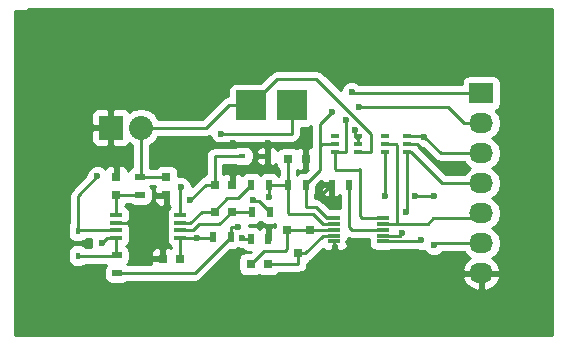
<source format=gbr>
G04 #@! TF.FileFunction,Copper,L1,Top,Signal*
%FSLAX46Y46*%
G04 Gerber Fmt 4.6, Leading zero omitted, Abs format (unit mm)*
G04 Created by KiCad (PCBNEW 4.0.1+dfsg1-stable) date Wed 30 Mar 2016 05:17:46 PM PDT*
%MOMM*%
G01*
G04 APERTURE LIST*
%ADD10C,0.100000*%
%ADD11R,0.749300X0.398780*%
%ADD12R,0.750000X0.800000*%
%ADD13R,0.800000X0.750000*%
%ADD14R,0.450000X0.590000*%
%ADD15R,0.590000X0.450000*%
%ADD16R,1.000000X0.300000*%
%ADD17R,2.500000X2.500000*%
%ADD18R,2.032000X2.032000*%
%ADD19O,2.032000X2.032000*%
%ADD20R,2.032000X1.727200*%
%ADD21O,2.032000X1.727200*%
%ADD22R,0.800100X0.800100*%
%ADD23R,0.900000X0.500000*%
%ADD24R,0.500000X0.900000*%
%ADD25R,1.016000X0.305000*%
%ADD26C,0.600000*%
%ADD27C,0.250000*%
%ADD28C,0.254000*%
G04 APERTURE END LIST*
D10*
D11*
X153349960Y-98821240D03*
X153349960Y-98171000D03*
X153349960Y-97520760D03*
X151450040Y-97520760D03*
X151450040Y-98171000D03*
X151450040Y-98821240D03*
D12*
X137160000Y-100977000D03*
X137160000Y-102477000D03*
X132905500Y-102477000D03*
X132905500Y-100977000D03*
D13*
X141236000Y-101600000D03*
X142736000Y-101600000D03*
X138354500Y-107886500D03*
X136854500Y-107886500D03*
X141236000Y-103886000D03*
X142736000Y-103886000D03*
X147459000Y-99441000D03*
X148959000Y-99441000D03*
X145784000Y-108331000D03*
X144284000Y-108331000D03*
D14*
X129667000Y-107608000D03*
X129667000Y-105498000D03*
D15*
X143598000Y-99187000D03*
X145708000Y-99187000D03*
D16*
X132936000Y-106131000D03*
X132936000Y-105481000D03*
X132936000Y-104831000D03*
X132936000Y-104181000D03*
X138336000Y-106131000D03*
X138336000Y-105481000D03*
X138336000Y-104831000D03*
X138336000Y-104181000D03*
D11*
X157540960Y-98821240D03*
X157540960Y-98171000D03*
X157540960Y-97520760D03*
X155641040Y-97520760D03*
X155641040Y-98171000D03*
X155641040Y-98821240D03*
D17*
X147800000Y-94869000D03*
X144300000Y-94869000D03*
D18*
X132461000Y-96774000D03*
D19*
X135001000Y-96774000D03*
D20*
X163830000Y-93853000D03*
D21*
X163830000Y-96393000D03*
X163830000Y-98933000D03*
X163830000Y-101473000D03*
X163830000Y-104013000D03*
X163830000Y-106553000D03*
X163830000Y-109093000D03*
D22*
X149286000Y-105425240D03*
X147386000Y-105425240D03*
X148336000Y-107424220D03*
D23*
X134937500Y-102477000D03*
X134937500Y-100977000D03*
D24*
X145911000Y-103886000D03*
X144411000Y-103886000D03*
D23*
X132969000Y-109081000D03*
X132969000Y-107581000D03*
D24*
X145847500Y-101600000D03*
X144347500Y-101600000D03*
X142609000Y-106045000D03*
X141109000Y-106045000D03*
X144284000Y-106172000D03*
X145784000Y-106172000D03*
X148959000Y-101600000D03*
X147459000Y-101600000D03*
X152642000Y-101600000D03*
X151142000Y-101600000D03*
D25*
X151370000Y-104410000D03*
X151370000Y-104910000D03*
X151370000Y-105410000D03*
X151370000Y-105910000D03*
X151370000Y-106410000D03*
X155462000Y-104410000D03*
X155462000Y-104910000D03*
X155462000Y-105410000D03*
X155462000Y-105910000D03*
X155462000Y-106410000D03*
D26*
X160845500Y-100012500D03*
X153098500Y-96964500D03*
X157480000Y-109220000D03*
X151384000Y-109220000D03*
X128016000Y-99568000D03*
X128016000Y-111760000D03*
X139192000Y-111760000D03*
X151384000Y-111760000D03*
X163576000Y-111760000D03*
X167640000Y-108712000D03*
X167640000Y-96520000D03*
X163576000Y-90424000D03*
X151384000Y-90424000D03*
X139192000Y-90424000D03*
X127508000Y-90424000D03*
X133096000Y-90424000D03*
X145288000Y-90424000D03*
X157480000Y-90424000D03*
X167640000Y-90424000D03*
X167640000Y-102616000D03*
X167640000Y-111760000D03*
X157480000Y-111760000D03*
X145288000Y-111760000D03*
X133096000Y-111760000D03*
X128016000Y-105664000D03*
X127508000Y-94996000D03*
X135636000Y-107886500D03*
X135636000Y-105156000D03*
X142811500Y-98107500D03*
X145732500Y-98107500D03*
X137858500Y-98044000D03*
X148971000Y-97853500D03*
X150177500Y-102552500D03*
X145784000Y-106172000D03*
X144462500Y-102933500D03*
X139192000Y-102933500D03*
X131699000Y-106553000D03*
X139763500Y-106131000D03*
X143573500Y-106108500D03*
X145859500Y-102616000D03*
X143256000Y-105219500D03*
X131318000Y-100901500D03*
X141795500Y-97282000D03*
X138366500Y-101790500D03*
X159829500Y-106743500D03*
X159829500Y-102552500D03*
X158242000Y-102552500D03*
X155638500Y-102552500D03*
X152844500Y-93789500D03*
X151193500Y-95440500D03*
X153479500Y-95059500D03*
X152336500Y-96139000D03*
X157480000Y-103949500D03*
X157099000Y-105727500D03*
X158940500Y-97536000D03*
X158686500Y-106299000D03*
D27*
X153349960Y-98821240D02*
X154480260Y-98821240D01*
X146522500Y-92646500D02*
X144300000Y-94869000D01*
X149860000Y-92646500D02*
X146522500Y-92646500D01*
X154495500Y-97282000D02*
X149860000Y-92646500D01*
X154495500Y-98806000D02*
X154495500Y-97282000D01*
X154480260Y-98821240D02*
X154495500Y-98806000D01*
X135001000Y-96774000D02*
X140525500Y-96774000D01*
X142430500Y-94869000D02*
X144300000Y-94869000D01*
X140525500Y-96774000D02*
X142430500Y-94869000D01*
X135001000Y-96774000D02*
X135001000Y-100913500D01*
X135001000Y-100913500D02*
X135064500Y-100977000D01*
X135064500Y-100977000D02*
X137160000Y-100977000D01*
X157540960Y-98171000D02*
X158369000Y-98171000D01*
X160210500Y-100012500D02*
X160845500Y-100012500D01*
X158369000Y-98171000D02*
X160210500Y-100012500D01*
X153349960Y-98171000D02*
X153349960Y-97520760D01*
X153349960Y-97520760D02*
X153098500Y-97269300D01*
X153098500Y-97269300D02*
X153098500Y-96964500D01*
X157480000Y-109093000D02*
X157480000Y-109220000D01*
X151370000Y-108952000D02*
X151370000Y-109206000D01*
X151370000Y-109206000D02*
X151384000Y-109220000D01*
X128016000Y-99568000D02*
X128016000Y-95504000D01*
X128016000Y-105664000D02*
X128016000Y-111760000D01*
X133096000Y-111760000D02*
X139192000Y-111760000D01*
X145288000Y-111760000D02*
X151384000Y-111760000D01*
X157480000Y-111760000D02*
X163576000Y-111760000D01*
X167640000Y-111760000D02*
X167640000Y-108712000D01*
X167640000Y-102616000D02*
X167640000Y-96520000D01*
X167640000Y-90424000D02*
X163576000Y-90424000D01*
X157480000Y-90424000D02*
X151384000Y-90424000D01*
X145288000Y-90424000D02*
X139192000Y-90424000D01*
X133096000Y-90424000D02*
X127508000Y-90424000D01*
X132461000Y-95377000D02*
X127508000Y-90424000D01*
X132461000Y-96774000D02*
X132461000Y-95377000D01*
X139192000Y-90424000D02*
X133096000Y-90424000D01*
X151384000Y-90424000D02*
X145288000Y-90424000D01*
X163576000Y-90424000D02*
X157480000Y-90424000D01*
X167640000Y-96520000D02*
X167640000Y-90424000D01*
X167640000Y-108712000D02*
X167640000Y-102616000D01*
X163576000Y-111760000D02*
X167640000Y-111760000D01*
X151384000Y-111760000D02*
X157480000Y-111760000D01*
X139192000Y-111760000D02*
X145288000Y-111760000D01*
X128016000Y-111760000D02*
X133096000Y-111760000D01*
X128016000Y-99568000D02*
X128016000Y-105664000D01*
X128016000Y-95504000D02*
X127508000Y-94996000D01*
X136854500Y-107886500D02*
X135636000Y-107886500D01*
X132936000Y-104831000D02*
X135311000Y-104831000D01*
X135311000Y-104831000D02*
X135636000Y-105156000D01*
X132461000Y-96774000D02*
X132461000Y-99441000D01*
X132905500Y-99885500D02*
X132905500Y-100977000D01*
X132461000Y-99441000D02*
X132905500Y-99885500D01*
X142811500Y-98107500D02*
X137922000Y-98107500D01*
X145708000Y-99187000D02*
X145708000Y-98132000D01*
X145708000Y-98132000D02*
X145732500Y-98107500D01*
X142811500Y-98107500D02*
X145732500Y-98107500D01*
X137922000Y-98107500D02*
X137858500Y-98044000D01*
X148959000Y-99441000D02*
X148959000Y-97865500D01*
X148959000Y-97865500D02*
X148971000Y-97853500D01*
X151142000Y-101600000D02*
X151130000Y-101600000D01*
X151130000Y-101600000D02*
X150177500Y-102552500D01*
X163830000Y-109093000D02*
X157480000Y-109093000D01*
X157480000Y-109093000D02*
X151511000Y-109093000D01*
X151370000Y-108952000D02*
X151370000Y-106410000D01*
X151511000Y-109093000D02*
X151370000Y-108952000D01*
X132905500Y-102477000D02*
X134937500Y-102477000D01*
X132905500Y-102477000D02*
X132905500Y-104150500D01*
X132905500Y-104150500D02*
X132936000Y-104181000D01*
X145022000Y-102997000D02*
X145911000Y-103886000D01*
X144526000Y-102997000D02*
X145022000Y-102997000D01*
X144462500Y-102933500D02*
X144526000Y-102997000D01*
X132936000Y-106131000D02*
X132121000Y-106131000D01*
X140525500Y-101600000D02*
X141236000Y-101600000D01*
X139192000Y-102933500D02*
X140525500Y-101600000D01*
X132121000Y-106131000D02*
X131699000Y-106553000D01*
X141236000Y-101600000D02*
X141236000Y-99199000D01*
X141236000Y-99199000D02*
X141248000Y-99187000D01*
X141248000Y-99187000D02*
X143598000Y-99187000D01*
X129667000Y-107608000D02*
X132942000Y-107608000D01*
X132942000Y-107608000D02*
X132936000Y-107602000D01*
X132936000Y-107602000D02*
X132936000Y-106131000D01*
X144284000Y-106172000D02*
X143637000Y-106172000D01*
X143573500Y-106108500D02*
X143637000Y-106172000D01*
X138336000Y-106131000D02*
X139763500Y-106131000D01*
X139763500Y-106131000D02*
X141023000Y-106131000D01*
X141023000Y-106131000D02*
X141109000Y-106045000D01*
X138336000Y-106131000D02*
X138336000Y-107868000D01*
X138336000Y-107868000D02*
X138354500Y-107886500D01*
X141236000Y-103886000D02*
X141236000Y-103810500D01*
X141236000Y-103810500D02*
X142303500Y-102743000D01*
X143204500Y-102743000D02*
X144347500Y-101600000D01*
X142303500Y-102743000D02*
X143204500Y-102743000D01*
X141236000Y-103886000D02*
X141236000Y-103683500D01*
X138336000Y-104831000D02*
X139199500Y-104831000D01*
X140144500Y-103886000D02*
X141236000Y-103886000D01*
X139199500Y-104831000D02*
X140144500Y-103886000D01*
X142736000Y-103886000D02*
X144411000Y-103886000D01*
X138336000Y-105481000D02*
X139438500Y-105481000D01*
X141656500Y-104965500D02*
X142736000Y-103886000D01*
X139954000Y-104965500D02*
X141656500Y-104965500D01*
X139438500Y-105481000D02*
X139954000Y-104965500D01*
X144284000Y-103580500D02*
X144284000Y-103886000D01*
X145847500Y-101600000D02*
X147459000Y-101600000D01*
X142609000Y-106045000D02*
X142609000Y-105231500D01*
X145847500Y-102604000D02*
X145847500Y-101600000D01*
X145859500Y-102616000D02*
X145847500Y-102604000D01*
X142621000Y-105219500D02*
X143256000Y-105219500D01*
X142609000Y-105231500D02*
X142621000Y-105219500D01*
X132969000Y-109081000D02*
X139573000Y-109081000D01*
X139573000Y-109081000D02*
X142609000Y-106045000D01*
X151370000Y-104910000D02*
X150439500Y-104910000D01*
X150439500Y-104910000D02*
X149606000Y-104076500D01*
X149606000Y-104076500D02*
X147510500Y-104076500D01*
X147510500Y-104076500D02*
X147459000Y-104025000D01*
X147459000Y-104025000D02*
X147459000Y-101600000D01*
X147459000Y-99441000D02*
X147459000Y-100457000D01*
X147459000Y-100457000D02*
X147459000Y-101600000D01*
X151370000Y-105910000D02*
X150439500Y-105910000D01*
X148925280Y-107424220D02*
X148336000Y-107424220D01*
X150439500Y-105910000D02*
X148925280Y-107424220D01*
X145784000Y-108331000D02*
X148336000Y-108331000D01*
X148336000Y-108331000D02*
X148336000Y-107424220D01*
X147386000Y-105425240D02*
X149286000Y-105425240D01*
X149286000Y-105425240D02*
X149301240Y-105410000D01*
X149301240Y-105410000D02*
X151370000Y-105410000D01*
X144284000Y-108331000D02*
X144335500Y-108331000D01*
X144335500Y-108331000D02*
X145415000Y-107251500D01*
X145415000Y-107251500D02*
X147193000Y-107251500D01*
X147193000Y-107251500D02*
X147386000Y-107058500D01*
X147386000Y-107058500D02*
X147386000Y-105425240D01*
X147800000Y-94869000D02*
X147800000Y-97310000D01*
X129667000Y-102552500D02*
X129667000Y-105498000D01*
X131318000Y-100901500D02*
X129667000Y-102552500D01*
X147772000Y-97282000D02*
X141795500Y-97282000D01*
X147800000Y-97310000D02*
X147772000Y-97282000D01*
X132936000Y-105481000D02*
X129684000Y-105481000D01*
X129684000Y-105481000D02*
X129667000Y-105498000D01*
X138336000Y-104181000D02*
X138336000Y-101821000D01*
X138336000Y-101821000D02*
X138366500Y-101790500D01*
X155641040Y-98821240D02*
X155641040Y-102549960D01*
X160020000Y-106553000D02*
X163830000Y-106553000D01*
X159829500Y-106743500D02*
X160020000Y-106553000D01*
X158242000Y-102552500D02*
X159829500Y-102552500D01*
X155641040Y-102549960D02*
X155638500Y-102552500D01*
X163830000Y-93853000D02*
X152908000Y-93853000D01*
X152908000Y-93853000D02*
X152844500Y-93789500D01*
X151193500Y-95440500D02*
X150177500Y-96456500D01*
X150177500Y-96456500D02*
X150177500Y-98298000D01*
X148959000Y-101600000D02*
X148959000Y-101548500D01*
X148959000Y-101548500D02*
X150177500Y-100330000D01*
X150304500Y-98171000D02*
X151450040Y-98171000D01*
X150177500Y-98298000D02*
X150304500Y-98171000D01*
X150177500Y-100330000D02*
X150177500Y-98298000D01*
X151370000Y-104410000D02*
X150733000Y-104410000D01*
X148959000Y-103493000D02*
X148959000Y-101600000D01*
X148971000Y-103505000D02*
X148959000Y-103493000D01*
X149828000Y-103505000D02*
X148971000Y-103505000D01*
X150733000Y-104410000D02*
X149828000Y-103505000D01*
X151450040Y-98821240D02*
X152384760Y-98821240D01*
X162369500Y-96393000D02*
X163830000Y-96393000D01*
X161036000Y-95059500D02*
X162369500Y-96393000D01*
X153479500Y-95059500D02*
X161036000Y-95059500D01*
X152336500Y-98772980D02*
X152336500Y-96139000D01*
X152384760Y-98821240D02*
X152336500Y-98772980D01*
X155462000Y-104410000D02*
X153686000Y-104410000D01*
X151450040Y-100269040D02*
X151450040Y-98821240D01*
X151511000Y-100330000D02*
X151450040Y-100269040D01*
X153479500Y-100330000D02*
X151511000Y-100330000D01*
X153543000Y-100266500D02*
X153479500Y-100330000D01*
X153543000Y-104267000D02*
X153543000Y-100266500D01*
X153686000Y-104410000D02*
X153543000Y-104267000D01*
X155462000Y-105910000D02*
X156916500Y-105910000D01*
X157540960Y-103888540D02*
X157540960Y-98821240D01*
X157480000Y-103949500D02*
X157540960Y-103888540D01*
X156916500Y-105910000D02*
X157099000Y-105727500D01*
X163830000Y-101473000D02*
X160528000Y-101473000D01*
X160528000Y-101473000D02*
X157876240Y-98821240D01*
X157876240Y-98821240D02*
X157540960Y-98821240D01*
X158940500Y-97536000D02*
X159004000Y-97536000D01*
X160401000Y-98933000D02*
X163830000Y-98933000D01*
X159004000Y-97536000D02*
X160401000Y-98933000D01*
X155462000Y-106410000D02*
X158734000Y-106410000D01*
X158925260Y-97520760D02*
X157540960Y-97520760D01*
X158940500Y-97536000D02*
X158925260Y-97520760D01*
X158686500Y-106362500D02*
X158686500Y-106299000D01*
X158734000Y-106410000D02*
X158686500Y-106362500D01*
X155641040Y-98171000D02*
X156591000Y-98171000D01*
X156654500Y-98234500D02*
X156654500Y-104910000D01*
X156591000Y-98171000D02*
X156654500Y-98234500D01*
X156654500Y-104910000D02*
X156654500Y-104902000D01*
X156654500Y-104902000D02*
X156654500Y-104910000D01*
X155462000Y-104910000D02*
X156654500Y-104910000D01*
X156654500Y-104910000D02*
X159313500Y-104910000D01*
X159766000Y-104457500D02*
X163385500Y-104457500D01*
X159313500Y-104910000D02*
X159766000Y-104457500D01*
X163385500Y-104457500D02*
X163830000Y-104013000D01*
X155462000Y-105410000D02*
X152844500Y-105410000D01*
X152642000Y-105207500D02*
X152642000Y-101600000D01*
X152844500Y-105410000D02*
X152642000Y-105207500D01*
D28*
G36*
X169787500Y-114352000D02*
X124344500Y-114352000D01*
X124344500Y-105203000D01*
X128794560Y-105203000D01*
X128794560Y-105793000D01*
X128838838Y-106028317D01*
X128977910Y-106244441D01*
X129190110Y-106389431D01*
X129442000Y-106440440D01*
X129892000Y-106440440D01*
X130127317Y-106396162D01*
X130343441Y-106257090D01*
X130354435Y-106241000D01*
X130816150Y-106241000D01*
X130764162Y-106366201D01*
X130763838Y-106738167D01*
X130809220Y-106848000D01*
X130336246Y-106848000D01*
X130143890Y-106716569D01*
X129892000Y-106665560D01*
X129442000Y-106665560D01*
X129206683Y-106709838D01*
X128990559Y-106848910D01*
X128845569Y-107061110D01*
X128794560Y-107313000D01*
X128794560Y-107903000D01*
X128838838Y-108138317D01*
X128977910Y-108354441D01*
X129190110Y-108499431D01*
X129442000Y-108550440D01*
X129892000Y-108550440D01*
X130127317Y-108506162D01*
X130342027Y-108368000D01*
X132066814Y-108368000D01*
X131922569Y-108579110D01*
X131871560Y-108831000D01*
X131871560Y-109331000D01*
X131915838Y-109566317D01*
X132054910Y-109782441D01*
X132267110Y-109927431D01*
X132519000Y-109978440D01*
X133419000Y-109978440D01*
X133654317Y-109934162D01*
X133799095Y-109841000D01*
X139573000Y-109841000D01*
X139863839Y-109783148D01*
X140110401Y-109618401D01*
X140276776Y-109452026D01*
X162222642Y-109452026D01*
X162225291Y-109467791D01*
X162479268Y-109995036D01*
X162915680Y-110384954D01*
X163468087Y-110578184D01*
X163703000Y-110433924D01*
X163703000Y-109220000D01*
X163957000Y-109220000D01*
X163957000Y-110433924D01*
X164191913Y-110578184D01*
X164744320Y-110384954D01*
X165180732Y-109995036D01*
X165434709Y-109467791D01*
X165437358Y-109452026D01*
X165316217Y-109220000D01*
X163957000Y-109220000D01*
X163703000Y-109220000D01*
X162343783Y-109220000D01*
X162222642Y-109452026D01*
X140276776Y-109452026D01*
X142586362Y-107142440D01*
X142859000Y-107142440D01*
X143094317Y-107098162D01*
X143260775Y-106991049D01*
X143386701Y-107043338D01*
X143550631Y-107043481D01*
X143569910Y-107073441D01*
X143782110Y-107218431D01*
X144034000Y-107269440D01*
X144322258Y-107269440D01*
X144283138Y-107308560D01*
X143884000Y-107308560D01*
X143648683Y-107352838D01*
X143432559Y-107491910D01*
X143287569Y-107704110D01*
X143236560Y-107956000D01*
X143236560Y-108706000D01*
X143280838Y-108941317D01*
X143419910Y-109157441D01*
X143632110Y-109302431D01*
X143884000Y-109353440D01*
X144684000Y-109353440D01*
X144919317Y-109309162D01*
X145033978Y-109235380D01*
X145132110Y-109302431D01*
X145384000Y-109353440D01*
X146184000Y-109353440D01*
X146419317Y-109309162D01*
X146635441Y-109170090D01*
X146689481Y-109091000D01*
X148336000Y-109091000D01*
X148626839Y-109033148D01*
X148873401Y-108868401D01*
X149038148Y-108621839D01*
X149092297Y-108349616D01*
X149187491Y-108288360D01*
X149332481Y-108076160D01*
X149338931Y-108044308D01*
X149462681Y-107961621D01*
X150412888Y-107011414D01*
X150502302Y-107100827D01*
X150735691Y-107197500D01*
X151084250Y-107197500D01*
X151243000Y-107038750D01*
X151243000Y-106709940D01*
X151497000Y-106709940D01*
X151497000Y-107038750D01*
X151655750Y-107197500D01*
X152004309Y-107197500D01*
X152237698Y-107100827D01*
X152416327Y-106922199D01*
X152513000Y-106688810D01*
X152513000Y-106645000D01*
X152355886Y-106487886D01*
X152474431Y-106314390D01*
X152500032Y-106187968D01*
X152513000Y-106175000D01*
X152513000Y-106131190D01*
X152512013Y-106128806D01*
X152519948Y-106089622D01*
X152553660Y-106112148D01*
X152844500Y-106170000D01*
X154324279Y-106170000D01*
X154306560Y-106257500D01*
X154306560Y-106562500D01*
X154350838Y-106797817D01*
X154489910Y-107013941D01*
X154702110Y-107158931D01*
X154954000Y-107209940D01*
X155970000Y-107209940D01*
X156182263Y-107170000D01*
X158345963Y-107170000D01*
X158499701Y-107233838D01*
X158871667Y-107234162D01*
X158998852Y-107181610D01*
X159036383Y-107272443D01*
X159299173Y-107535692D01*
X159642701Y-107678338D01*
X160014667Y-107678662D01*
X160358443Y-107536617D01*
X160582451Y-107313000D01*
X162385352Y-107313000D01*
X162585585Y-107612670D01*
X162895069Y-107819461D01*
X162479268Y-108190964D01*
X162225291Y-108718209D01*
X162222642Y-108733974D01*
X162343783Y-108966000D01*
X163703000Y-108966000D01*
X163703000Y-108946000D01*
X163957000Y-108946000D01*
X163957000Y-108966000D01*
X165316217Y-108966000D01*
X165437358Y-108733974D01*
X165434709Y-108718209D01*
X165180732Y-108190964D01*
X164764931Y-107819461D01*
X165074415Y-107612670D01*
X165399271Y-107126489D01*
X165513345Y-106553000D01*
X165399271Y-105979511D01*
X165074415Y-105493330D01*
X164759634Y-105283000D01*
X165074415Y-105072670D01*
X165399271Y-104586489D01*
X165513345Y-104013000D01*
X165399271Y-103439511D01*
X165074415Y-102953330D01*
X164759634Y-102743000D01*
X165074415Y-102532670D01*
X165399271Y-102046489D01*
X165513345Y-101473000D01*
X165399271Y-100899511D01*
X165074415Y-100413330D01*
X164759634Y-100203000D01*
X165074415Y-99992670D01*
X165399271Y-99506489D01*
X165513345Y-98933000D01*
X165399271Y-98359511D01*
X165074415Y-97873330D01*
X164759634Y-97663000D01*
X165074415Y-97452670D01*
X165399271Y-96966489D01*
X165513345Y-96393000D01*
X165399271Y-95819511D01*
X165074415Y-95333330D01*
X165060087Y-95323757D01*
X165081317Y-95319762D01*
X165297441Y-95180690D01*
X165442431Y-94968490D01*
X165493440Y-94716600D01*
X165493440Y-92989400D01*
X165449162Y-92754083D01*
X165310090Y-92537959D01*
X165097890Y-92392969D01*
X164846000Y-92341960D01*
X162814000Y-92341960D01*
X162578683Y-92386238D01*
X162362559Y-92525310D01*
X162217569Y-92737510D01*
X162166560Y-92989400D01*
X162166560Y-93093000D01*
X153470352Y-93093000D01*
X153374827Y-92997308D01*
X153031299Y-92854662D01*
X152659333Y-92854338D01*
X152315557Y-92996383D01*
X152052308Y-93259173D01*
X151909662Y-93602701D01*
X151909646Y-93621344D01*
X150397401Y-92109099D01*
X150150839Y-91944352D01*
X149860000Y-91886500D01*
X146522500Y-91886500D01*
X146231661Y-91944352D01*
X145985099Y-92109099D01*
X145122638Y-92971560D01*
X143050000Y-92971560D01*
X142814683Y-93015838D01*
X142598559Y-93154910D01*
X142453569Y-93367110D01*
X142402560Y-93619000D01*
X142402560Y-94114558D01*
X142139661Y-94166852D01*
X141893099Y-94331599D01*
X140210698Y-96014000D01*
X136462283Y-96014000D01*
X136168433Y-95574222D01*
X135632810Y-95216330D01*
X135001000Y-95090655D01*
X134369190Y-95216330D01*
X134032999Y-95440966D01*
X134015327Y-95398302D01*
X133836699Y-95219673D01*
X133603310Y-95123000D01*
X132746750Y-95123000D01*
X132588000Y-95281750D01*
X132588000Y-96647000D01*
X132608000Y-96647000D01*
X132608000Y-96901000D01*
X132588000Y-96901000D01*
X132588000Y-98266250D01*
X132746750Y-98425000D01*
X133603310Y-98425000D01*
X133836699Y-98328327D01*
X134015327Y-98149698D01*
X134032999Y-98107034D01*
X134241000Y-98246016D01*
X134241000Y-100131034D01*
X134036059Y-100262910D01*
X133912576Y-100443633D01*
X133818827Y-100217302D01*
X133640199Y-100038673D01*
X133406810Y-99942000D01*
X133191250Y-99942000D01*
X133032500Y-100100750D01*
X133032500Y-100850000D01*
X133052500Y-100850000D01*
X133052500Y-101104000D01*
X133032500Y-101104000D01*
X133032500Y-101124000D01*
X132778500Y-101124000D01*
X132778500Y-101104000D01*
X132758500Y-101104000D01*
X132758500Y-100850000D01*
X132778500Y-100850000D01*
X132778500Y-100100750D01*
X132619750Y-99942000D01*
X132404190Y-99942000D01*
X132170801Y-100038673D01*
X131992173Y-100217302D01*
X131981604Y-100242818D01*
X131848327Y-100109308D01*
X131504799Y-99966662D01*
X131132833Y-99966338D01*
X130789057Y-100108383D01*
X130525808Y-100371173D01*
X130383162Y-100714701D01*
X130383121Y-100761577D01*
X129129599Y-102015099D01*
X128964852Y-102261661D01*
X128907000Y-102552500D01*
X128907000Y-104861203D01*
X128845569Y-104951110D01*
X128794560Y-105203000D01*
X124344500Y-105203000D01*
X124344500Y-97059750D01*
X130810000Y-97059750D01*
X130810000Y-97916309D01*
X130906673Y-98149698D01*
X131085301Y-98328327D01*
X131318690Y-98425000D01*
X132175250Y-98425000D01*
X132334000Y-98266250D01*
X132334000Y-96901000D01*
X130968750Y-96901000D01*
X130810000Y-97059750D01*
X124344500Y-97059750D01*
X124344500Y-95631691D01*
X130810000Y-95631691D01*
X130810000Y-96488250D01*
X130968750Y-96647000D01*
X132334000Y-96647000D01*
X132334000Y-95281750D01*
X132175250Y-95123000D01*
X131318690Y-95123000D01*
X131085301Y-95219673D01*
X130906673Y-95398302D01*
X130810000Y-95631691D01*
X124344500Y-95631691D01*
X124344500Y-86879500D01*
X125158500Y-86879500D01*
X125430205Y-86825454D01*
X125539389Y-86752500D01*
X169787500Y-86752500D01*
X169787500Y-114352000D01*
X169787500Y-114352000D01*
G37*
X169787500Y-114352000D02*
X124344500Y-114352000D01*
X124344500Y-105203000D01*
X128794560Y-105203000D01*
X128794560Y-105793000D01*
X128838838Y-106028317D01*
X128977910Y-106244441D01*
X129190110Y-106389431D01*
X129442000Y-106440440D01*
X129892000Y-106440440D01*
X130127317Y-106396162D01*
X130343441Y-106257090D01*
X130354435Y-106241000D01*
X130816150Y-106241000D01*
X130764162Y-106366201D01*
X130763838Y-106738167D01*
X130809220Y-106848000D01*
X130336246Y-106848000D01*
X130143890Y-106716569D01*
X129892000Y-106665560D01*
X129442000Y-106665560D01*
X129206683Y-106709838D01*
X128990559Y-106848910D01*
X128845569Y-107061110D01*
X128794560Y-107313000D01*
X128794560Y-107903000D01*
X128838838Y-108138317D01*
X128977910Y-108354441D01*
X129190110Y-108499431D01*
X129442000Y-108550440D01*
X129892000Y-108550440D01*
X130127317Y-108506162D01*
X130342027Y-108368000D01*
X132066814Y-108368000D01*
X131922569Y-108579110D01*
X131871560Y-108831000D01*
X131871560Y-109331000D01*
X131915838Y-109566317D01*
X132054910Y-109782441D01*
X132267110Y-109927431D01*
X132519000Y-109978440D01*
X133419000Y-109978440D01*
X133654317Y-109934162D01*
X133799095Y-109841000D01*
X139573000Y-109841000D01*
X139863839Y-109783148D01*
X140110401Y-109618401D01*
X140276776Y-109452026D01*
X162222642Y-109452026D01*
X162225291Y-109467791D01*
X162479268Y-109995036D01*
X162915680Y-110384954D01*
X163468087Y-110578184D01*
X163703000Y-110433924D01*
X163703000Y-109220000D01*
X163957000Y-109220000D01*
X163957000Y-110433924D01*
X164191913Y-110578184D01*
X164744320Y-110384954D01*
X165180732Y-109995036D01*
X165434709Y-109467791D01*
X165437358Y-109452026D01*
X165316217Y-109220000D01*
X163957000Y-109220000D01*
X163703000Y-109220000D01*
X162343783Y-109220000D01*
X162222642Y-109452026D01*
X140276776Y-109452026D01*
X142586362Y-107142440D01*
X142859000Y-107142440D01*
X143094317Y-107098162D01*
X143260775Y-106991049D01*
X143386701Y-107043338D01*
X143550631Y-107043481D01*
X143569910Y-107073441D01*
X143782110Y-107218431D01*
X144034000Y-107269440D01*
X144322258Y-107269440D01*
X144283138Y-107308560D01*
X143884000Y-107308560D01*
X143648683Y-107352838D01*
X143432559Y-107491910D01*
X143287569Y-107704110D01*
X143236560Y-107956000D01*
X143236560Y-108706000D01*
X143280838Y-108941317D01*
X143419910Y-109157441D01*
X143632110Y-109302431D01*
X143884000Y-109353440D01*
X144684000Y-109353440D01*
X144919317Y-109309162D01*
X145033978Y-109235380D01*
X145132110Y-109302431D01*
X145384000Y-109353440D01*
X146184000Y-109353440D01*
X146419317Y-109309162D01*
X146635441Y-109170090D01*
X146689481Y-109091000D01*
X148336000Y-109091000D01*
X148626839Y-109033148D01*
X148873401Y-108868401D01*
X149038148Y-108621839D01*
X149092297Y-108349616D01*
X149187491Y-108288360D01*
X149332481Y-108076160D01*
X149338931Y-108044308D01*
X149462681Y-107961621D01*
X150412888Y-107011414D01*
X150502302Y-107100827D01*
X150735691Y-107197500D01*
X151084250Y-107197500D01*
X151243000Y-107038750D01*
X151243000Y-106709940D01*
X151497000Y-106709940D01*
X151497000Y-107038750D01*
X151655750Y-107197500D01*
X152004309Y-107197500D01*
X152237698Y-107100827D01*
X152416327Y-106922199D01*
X152513000Y-106688810D01*
X152513000Y-106645000D01*
X152355886Y-106487886D01*
X152474431Y-106314390D01*
X152500032Y-106187968D01*
X152513000Y-106175000D01*
X152513000Y-106131190D01*
X152512013Y-106128806D01*
X152519948Y-106089622D01*
X152553660Y-106112148D01*
X152844500Y-106170000D01*
X154324279Y-106170000D01*
X154306560Y-106257500D01*
X154306560Y-106562500D01*
X154350838Y-106797817D01*
X154489910Y-107013941D01*
X154702110Y-107158931D01*
X154954000Y-107209940D01*
X155970000Y-107209940D01*
X156182263Y-107170000D01*
X158345963Y-107170000D01*
X158499701Y-107233838D01*
X158871667Y-107234162D01*
X158998852Y-107181610D01*
X159036383Y-107272443D01*
X159299173Y-107535692D01*
X159642701Y-107678338D01*
X160014667Y-107678662D01*
X160358443Y-107536617D01*
X160582451Y-107313000D01*
X162385352Y-107313000D01*
X162585585Y-107612670D01*
X162895069Y-107819461D01*
X162479268Y-108190964D01*
X162225291Y-108718209D01*
X162222642Y-108733974D01*
X162343783Y-108966000D01*
X163703000Y-108966000D01*
X163703000Y-108946000D01*
X163957000Y-108946000D01*
X163957000Y-108966000D01*
X165316217Y-108966000D01*
X165437358Y-108733974D01*
X165434709Y-108718209D01*
X165180732Y-108190964D01*
X164764931Y-107819461D01*
X165074415Y-107612670D01*
X165399271Y-107126489D01*
X165513345Y-106553000D01*
X165399271Y-105979511D01*
X165074415Y-105493330D01*
X164759634Y-105283000D01*
X165074415Y-105072670D01*
X165399271Y-104586489D01*
X165513345Y-104013000D01*
X165399271Y-103439511D01*
X165074415Y-102953330D01*
X164759634Y-102743000D01*
X165074415Y-102532670D01*
X165399271Y-102046489D01*
X165513345Y-101473000D01*
X165399271Y-100899511D01*
X165074415Y-100413330D01*
X164759634Y-100203000D01*
X165074415Y-99992670D01*
X165399271Y-99506489D01*
X165513345Y-98933000D01*
X165399271Y-98359511D01*
X165074415Y-97873330D01*
X164759634Y-97663000D01*
X165074415Y-97452670D01*
X165399271Y-96966489D01*
X165513345Y-96393000D01*
X165399271Y-95819511D01*
X165074415Y-95333330D01*
X165060087Y-95323757D01*
X165081317Y-95319762D01*
X165297441Y-95180690D01*
X165442431Y-94968490D01*
X165493440Y-94716600D01*
X165493440Y-92989400D01*
X165449162Y-92754083D01*
X165310090Y-92537959D01*
X165097890Y-92392969D01*
X164846000Y-92341960D01*
X162814000Y-92341960D01*
X162578683Y-92386238D01*
X162362559Y-92525310D01*
X162217569Y-92737510D01*
X162166560Y-92989400D01*
X162166560Y-93093000D01*
X153470352Y-93093000D01*
X153374827Y-92997308D01*
X153031299Y-92854662D01*
X152659333Y-92854338D01*
X152315557Y-92996383D01*
X152052308Y-93259173D01*
X151909662Y-93602701D01*
X151909646Y-93621344D01*
X150397401Y-92109099D01*
X150150839Y-91944352D01*
X149860000Y-91886500D01*
X146522500Y-91886500D01*
X146231661Y-91944352D01*
X145985099Y-92109099D01*
X145122638Y-92971560D01*
X143050000Y-92971560D01*
X142814683Y-93015838D01*
X142598559Y-93154910D01*
X142453569Y-93367110D01*
X142402560Y-93619000D01*
X142402560Y-94114558D01*
X142139661Y-94166852D01*
X141893099Y-94331599D01*
X140210698Y-96014000D01*
X136462283Y-96014000D01*
X136168433Y-95574222D01*
X135632810Y-95216330D01*
X135001000Y-95090655D01*
X134369190Y-95216330D01*
X134032999Y-95440966D01*
X134015327Y-95398302D01*
X133836699Y-95219673D01*
X133603310Y-95123000D01*
X132746750Y-95123000D01*
X132588000Y-95281750D01*
X132588000Y-96647000D01*
X132608000Y-96647000D01*
X132608000Y-96901000D01*
X132588000Y-96901000D01*
X132588000Y-98266250D01*
X132746750Y-98425000D01*
X133603310Y-98425000D01*
X133836699Y-98328327D01*
X134015327Y-98149698D01*
X134032999Y-98107034D01*
X134241000Y-98246016D01*
X134241000Y-100131034D01*
X134036059Y-100262910D01*
X133912576Y-100443633D01*
X133818827Y-100217302D01*
X133640199Y-100038673D01*
X133406810Y-99942000D01*
X133191250Y-99942000D01*
X133032500Y-100100750D01*
X133032500Y-100850000D01*
X133052500Y-100850000D01*
X133052500Y-101104000D01*
X133032500Y-101104000D01*
X133032500Y-101124000D01*
X132778500Y-101124000D01*
X132778500Y-101104000D01*
X132758500Y-101104000D01*
X132758500Y-100850000D01*
X132778500Y-100850000D01*
X132778500Y-100100750D01*
X132619750Y-99942000D01*
X132404190Y-99942000D01*
X132170801Y-100038673D01*
X131992173Y-100217302D01*
X131981604Y-100242818D01*
X131848327Y-100109308D01*
X131504799Y-99966662D01*
X131132833Y-99966338D01*
X130789057Y-100108383D01*
X130525808Y-100371173D01*
X130383162Y-100714701D01*
X130383121Y-100761577D01*
X129129599Y-102015099D01*
X128964852Y-102261661D01*
X128907000Y-102552500D01*
X128907000Y-104861203D01*
X128845569Y-104951110D01*
X128794560Y-105203000D01*
X124344500Y-105203000D01*
X124344500Y-97059750D01*
X130810000Y-97059750D01*
X130810000Y-97916309D01*
X130906673Y-98149698D01*
X131085301Y-98328327D01*
X131318690Y-98425000D01*
X132175250Y-98425000D01*
X132334000Y-98266250D01*
X132334000Y-96901000D01*
X130968750Y-96901000D01*
X130810000Y-97059750D01*
X124344500Y-97059750D01*
X124344500Y-95631691D01*
X130810000Y-95631691D01*
X130810000Y-96488250D01*
X130968750Y-96647000D01*
X132334000Y-96647000D01*
X132334000Y-95281750D01*
X132175250Y-95123000D01*
X131318690Y-95123000D01*
X131085301Y-95219673D01*
X130906673Y-95398302D01*
X130810000Y-95631691D01*
X124344500Y-95631691D01*
X124344500Y-86879500D01*
X125158500Y-86879500D01*
X125430205Y-86825454D01*
X125539389Y-86752500D01*
X169787500Y-86752500D01*
X169787500Y-114352000D01*
G36*
X136150000Y-101950691D02*
X136150000Y-102191250D01*
X136308750Y-102350000D01*
X137033000Y-102350000D01*
X137033000Y-102330000D01*
X137287000Y-102330000D01*
X137287000Y-102350000D01*
X137307000Y-102350000D01*
X137307000Y-102604000D01*
X137287000Y-102604000D01*
X137287000Y-103353250D01*
X137445750Y-103512000D01*
X137469892Y-103512000D01*
X137384559Y-103566910D01*
X137239569Y-103779110D01*
X137188560Y-104031000D01*
X137188560Y-104331000D01*
X137222697Y-104512424D01*
X137188560Y-104681000D01*
X137188560Y-104981000D01*
X137222697Y-105162424D01*
X137188560Y-105331000D01*
X137188560Y-105631000D01*
X137222697Y-105812424D01*
X137188560Y-105981000D01*
X137188560Y-106281000D01*
X137232838Y-106516317D01*
X137371910Y-106732441D01*
X137576000Y-106871890D01*
X137576000Y-106957351D01*
X137380809Y-106876500D01*
X137140250Y-106876500D01*
X136981500Y-107035250D01*
X136981500Y-107759500D01*
X137001500Y-107759500D01*
X137001500Y-108013500D01*
X136981500Y-108013500D01*
X136981500Y-108033500D01*
X136727500Y-108033500D01*
X136727500Y-108013500D01*
X135978250Y-108013500D01*
X135819500Y-108172250D01*
X135819500Y-108321000D01*
X133830176Y-108321000D01*
X133870441Y-108295090D01*
X134015431Y-108082890D01*
X134066440Y-107831000D01*
X134066440Y-107385190D01*
X135819500Y-107385190D01*
X135819500Y-107600750D01*
X135978250Y-107759500D01*
X136727500Y-107759500D01*
X136727500Y-107035250D01*
X136568750Y-106876500D01*
X136328191Y-106876500D01*
X136094802Y-106973173D01*
X135916173Y-107151801D01*
X135819500Y-107385190D01*
X134066440Y-107385190D01*
X134066440Y-107331000D01*
X134022162Y-107095683D01*
X133883090Y-106879559D01*
X133783848Y-106811750D01*
X133887441Y-106745090D01*
X134032431Y-106532890D01*
X134083440Y-106281000D01*
X134083440Y-105981000D01*
X134049303Y-105799576D01*
X134083440Y-105631000D01*
X134083440Y-105331000D01*
X134050611Y-105156531D01*
X134071000Y-105107309D01*
X134071000Y-105064750D01*
X133925866Y-104919616D01*
X133900090Y-104879559D01*
X133830289Y-104831866D01*
X133887441Y-104795090D01*
X133918249Y-104750001D01*
X134071000Y-104597250D01*
X134071000Y-104554691D01*
X134048931Y-104501411D01*
X134083440Y-104331000D01*
X134083440Y-104031000D01*
X134039162Y-103795683D01*
X133900090Y-103579559D01*
X133687890Y-103434569D01*
X133665500Y-103430035D01*
X133665500Y-103383844D01*
X133731941Y-103341090D01*
X133803063Y-103237000D01*
X134109114Y-103237000D01*
X134235610Y-103323431D01*
X134487500Y-103374440D01*
X135387500Y-103374440D01*
X135622817Y-103330162D01*
X135838941Y-103191090D01*
X135983931Y-102978890D01*
X136027700Y-102762750D01*
X136150000Y-102762750D01*
X136150000Y-103003309D01*
X136246673Y-103236698D01*
X136425301Y-103415327D01*
X136658690Y-103512000D01*
X136874250Y-103512000D01*
X137033000Y-103353250D01*
X137033000Y-102604000D01*
X136308750Y-102604000D01*
X136150000Y-102762750D01*
X136027700Y-102762750D01*
X136034940Y-102727000D01*
X136034940Y-102227000D01*
X135990662Y-101991683D01*
X135851590Y-101775559D01*
X135795157Y-101737000D01*
X136238514Y-101737000D01*
X136150000Y-101950691D01*
X136150000Y-101950691D01*
G37*
X136150000Y-101950691D02*
X136150000Y-102191250D01*
X136308750Y-102350000D01*
X137033000Y-102350000D01*
X137033000Y-102330000D01*
X137287000Y-102330000D01*
X137287000Y-102350000D01*
X137307000Y-102350000D01*
X137307000Y-102604000D01*
X137287000Y-102604000D01*
X137287000Y-103353250D01*
X137445750Y-103512000D01*
X137469892Y-103512000D01*
X137384559Y-103566910D01*
X137239569Y-103779110D01*
X137188560Y-104031000D01*
X137188560Y-104331000D01*
X137222697Y-104512424D01*
X137188560Y-104681000D01*
X137188560Y-104981000D01*
X137222697Y-105162424D01*
X137188560Y-105331000D01*
X137188560Y-105631000D01*
X137222697Y-105812424D01*
X137188560Y-105981000D01*
X137188560Y-106281000D01*
X137232838Y-106516317D01*
X137371910Y-106732441D01*
X137576000Y-106871890D01*
X137576000Y-106957351D01*
X137380809Y-106876500D01*
X137140250Y-106876500D01*
X136981500Y-107035250D01*
X136981500Y-107759500D01*
X137001500Y-107759500D01*
X137001500Y-108013500D01*
X136981500Y-108013500D01*
X136981500Y-108033500D01*
X136727500Y-108033500D01*
X136727500Y-108013500D01*
X135978250Y-108013500D01*
X135819500Y-108172250D01*
X135819500Y-108321000D01*
X133830176Y-108321000D01*
X133870441Y-108295090D01*
X134015431Y-108082890D01*
X134066440Y-107831000D01*
X134066440Y-107385190D01*
X135819500Y-107385190D01*
X135819500Y-107600750D01*
X135978250Y-107759500D01*
X136727500Y-107759500D01*
X136727500Y-107035250D01*
X136568750Y-106876500D01*
X136328191Y-106876500D01*
X136094802Y-106973173D01*
X135916173Y-107151801D01*
X135819500Y-107385190D01*
X134066440Y-107385190D01*
X134066440Y-107331000D01*
X134022162Y-107095683D01*
X133883090Y-106879559D01*
X133783848Y-106811750D01*
X133887441Y-106745090D01*
X134032431Y-106532890D01*
X134083440Y-106281000D01*
X134083440Y-105981000D01*
X134049303Y-105799576D01*
X134083440Y-105631000D01*
X134083440Y-105331000D01*
X134050611Y-105156531D01*
X134071000Y-105107309D01*
X134071000Y-105064750D01*
X133925866Y-104919616D01*
X133900090Y-104879559D01*
X133830289Y-104831866D01*
X133887441Y-104795090D01*
X133918249Y-104750001D01*
X134071000Y-104597250D01*
X134071000Y-104554691D01*
X134048931Y-104501411D01*
X134083440Y-104331000D01*
X134083440Y-104031000D01*
X134039162Y-103795683D01*
X133900090Y-103579559D01*
X133687890Y-103434569D01*
X133665500Y-103430035D01*
X133665500Y-103383844D01*
X133731941Y-103341090D01*
X133803063Y-103237000D01*
X134109114Y-103237000D01*
X134235610Y-103323431D01*
X134487500Y-103374440D01*
X135387500Y-103374440D01*
X135622817Y-103330162D01*
X135838941Y-103191090D01*
X135983931Y-102978890D01*
X136027700Y-102762750D01*
X136150000Y-102762750D01*
X136150000Y-103003309D01*
X136246673Y-103236698D01*
X136425301Y-103415327D01*
X136658690Y-103512000D01*
X136874250Y-103512000D01*
X137033000Y-103353250D01*
X137033000Y-102604000D01*
X136308750Y-102604000D01*
X136150000Y-102762750D01*
X136027700Y-102762750D01*
X136034940Y-102727000D01*
X136034940Y-102227000D01*
X135990662Y-101991683D01*
X135851590Y-101775559D01*
X135795157Y-101737000D01*
X136238514Y-101737000D01*
X136150000Y-101950691D01*
G36*
X145196910Y-104787441D02*
X145409110Y-104932431D01*
X145661000Y-104983440D01*
X146161000Y-104983440D01*
X146354331Y-104947062D01*
X146338510Y-105025190D01*
X146338510Y-105160813D01*
X146160309Y-105087000D01*
X146067750Y-105087000D01*
X145909000Y-105245750D01*
X145909000Y-106045000D01*
X145931000Y-106045000D01*
X145931000Y-106299000D01*
X145909000Y-106299000D01*
X145909000Y-106319000D01*
X145659000Y-106319000D01*
X145659000Y-106299000D01*
X145637000Y-106299000D01*
X145637000Y-106045000D01*
X145659000Y-106045000D01*
X145659000Y-105245750D01*
X145500250Y-105087000D01*
X145407691Y-105087000D01*
X145174302Y-105183673D01*
X145033064Y-105324910D01*
X144998090Y-105270559D01*
X144785890Y-105125569D01*
X144534000Y-105074560D01*
X144191127Y-105074560D01*
X144191162Y-105034333D01*
X144170133Y-104983440D01*
X144661000Y-104983440D01*
X144896317Y-104939162D01*
X145112441Y-104800090D01*
X145160134Y-104730289D01*
X145196910Y-104787441D01*
X145196910Y-104787441D01*
G37*
X145196910Y-104787441D02*
X145409110Y-104932431D01*
X145661000Y-104983440D01*
X146161000Y-104983440D01*
X146354331Y-104947062D01*
X146338510Y-105025190D01*
X146338510Y-105160813D01*
X146160309Y-105087000D01*
X146067750Y-105087000D01*
X145909000Y-105245750D01*
X145909000Y-106045000D01*
X145931000Y-106045000D01*
X145931000Y-106299000D01*
X145909000Y-106299000D01*
X145909000Y-106319000D01*
X145659000Y-106319000D01*
X145659000Y-106299000D01*
X145637000Y-106299000D01*
X145637000Y-106045000D01*
X145659000Y-106045000D01*
X145659000Y-105245750D01*
X145500250Y-105087000D01*
X145407691Y-105087000D01*
X145174302Y-105183673D01*
X145033064Y-105324910D01*
X144998090Y-105270559D01*
X144785890Y-105125569D01*
X144534000Y-105074560D01*
X144191127Y-105074560D01*
X144191162Y-105034333D01*
X144170133Y-104983440D01*
X144661000Y-104983440D01*
X144896317Y-104939162D01*
X145112441Y-104800090D01*
X145160134Y-104730289D01*
X145196910Y-104787441D01*
G36*
X150415750Y-101473000D02*
X151017000Y-101473000D01*
X151017000Y-101453000D01*
X151267000Y-101453000D01*
X151267000Y-101473000D01*
X151289000Y-101473000D01*
X151289000Y-101727000D01*
X151267000Y-101727000D01*
X151267000Y-102526250D01*
X151425750Y-102685000D01*
X151518309Y-102685000D01*
X151751698Y-102588327D01*
X151882000Y-102458026D01*
X151882000Y-103610870D01*
X151878000Y-103610060D01*
X151007862Y-103610060D01*
X150365401Y-102967599D01*
X150118839Y-102802852D01*
X149828000Y-102745000D01*
X149719000Y-102745000D01*
X149719000Y-102428386D01*
X149805431Y-102301890D01*
X149856440Y-102050000D01*
X149856440Y-101885750D01*
X150257000Y-101885750D01*
X150257000Y-102176310D01*
X150353673Y-102409699D01*
X150532302Y-102588327D01*
X150765691Y-102685000D01*
X150858250Y-102685000D01*
X151017000Y-102526250D01*
X151017000Y-101727000D01*
X150415750Y-101727000D01*
X150257000Y-101885750D01*
X149856440Y-101885750D01*
X149856440Y-101725862D01*
X150262526Y-101319776D01*
X150415750Y-101473000D01*
X150415750Y-101473000D01*
G37*
X150415750Y-101473000D02*
X151017000Y-101473000D01*
X151017000Y-101453000D01*
X151267000Y-101453000D01*
X151267000Y-101473000D01*
X151289000Y-101473000D01*
X151289000Y-101727000D01*
X151267000Y-101727000D01*
X151267000Y-102526250D01*
X151425750Y-102685000D01*
X151518309Y-102685000D01*
X151751698Y-102588327D01*
X151882000Y-102458026D01*
X151882000Y-103610870D01*
X151878000Y-103610060D01*
X151007862Y-103610060D01*
X150365401Y-102967599D01*
X150118839Y-102802852D01*
X149828000Y-102745000D01*
X149719000Y-102745000D01*
X149719000Y-102428386D01*
X149805431Y-102301890D01*
X149856440Y-102050000D01*
X149856440Y-101885750D01*
X150257000Y-101885750D01*
X150257000Y-102176310D01*
X150353673Y-102409699D01*
X150532302Y-102588327D01*
X150765691Y-102685000D01*
X150858250Y-102685000D01*
X151017000Y-102526250D01*
X151017000Y-101727000D01*
X150415750Y-101727000D01*
X150257000Y-101885750D01*
X149856440Y-101885750D01*
X149856440Y-101725862D01*
X150262526Y-101319776D01*
X150415750Y-101473000D01*
G36*
X149417500Y-98431000D02*
X149244750Y-98431000D01*
X149086000Y-98589750D01*
X149086000Y-99314000D01*
X149106000Y-99314000D01*
X149106000Y-99568000D01*
X149086000Y-99568000D01*
X149086000Y-100292250D01*
X149113224Y-100319474D01*
X148930138Y-100502560D01*
X148709000Y-100502560D01*
X148473683Y-100546838D01*
X148257559Y-100685910D01*
X148219000Y-100742343D01*
X148219000Y-100362486D01*
X148432691Y-100451000D01*
X148673250Y-100451000D01*
X148832000Y-100292250D01*
X148832000Y-99568000D01*
X148812000Y-99568000D01*
X148812000Y-99314000D01*
X148832000Y-99314000D01*
X148832000Y-98589750D01*
X148673250Y-98431000D01*
X148432691Y-98431000D01*
X148199302Y-98527673D01*
X148197932Y-98529043D01*
X148110890Y-98469569D01*
X147859000Y-98418560D01*
X147059000Y-98418560D01*
X146823683Y-98462838D01*
X146607559Y-98601910D01*
X146566224Y-98662406D01*
X146541327Y-98602301D01*
X146362698Y-98423673D01*
X146129309Y-98327000D01*
X145993750Y-98327000D01*
X145835000Y-98485750D01*
X145835000Y-99074500D01*
X145855000Y-99074500D01*
X145855000Y-99299500D01*
X145835000Y-99299500D01*
X145835000Y-99888250D01*
X145993750Y-100047000D01*
X146129309Y-100047000D01*
X146362698Y-99950327D01*
X146425095Y-99887931D01*
X146455838Y-100051317D01*
X146594910Y-100267441D01*
X146699000Y-100338563D01*
X146699000Y-100771614D01*
X146652444Y-100839751D01*
X146561590Y-100698559D01*
X146349390Y-100553569D01*
X146097500Y-100502560D01*
X145597500Y-100502560D01*
X145362183Y-100546838D01*
X145146059Y-100685910D01*
X145098366Y-100755711D01*
X145061590Y-100698559D01*
X144849390Y-100553569D01*
X144597500Y-100502560D01*
X144097500Y-100502560D01*
X143862183Y-100546838D01*
X143646059Y-100685910D01*
X143584715Y-100775690D01*
X143495698Y-100686673D01*
X143262309Y-100590000D01*
X143021750Y-100590000D01*
X142863000Y-100748750D01*
X142863000Y-101473000D01*
X142883000Y-101473000D01*
X142883000Y-101727000D01*
X142863000Y-101727000D01*
X142863000Y-101747000D01*
X142609000Y-101747000D01*
X142609000Y-101727000D01*
X142589000Y-101727000D01*
X142589000Y-101473000D01*
X142609000Y-101473000D01*
X142609000Y-100748750D01*
X142450250Y-100590000D01*
X142209691Y-100590000D01*
X141996000Y-100678514D01*
X141996000Y-99947000D01*
X142961203Y-99947000D01*
X143051110Y-100008431D01*
X143303000Y-100059440D01*
X143893000Y-100059440D01*
X144128317Y-100015162D01*
X144344441Y-99876090D01*
X144489431Y-99663890D01*
X144531074Y-99458250D01*
X144778000Y-99458250D01*
X144778000Y-99538310D01*
X144874673Y-99771699D01*
X145053302Y-99950327D01*
X145286691Y-100047000D01*
X145422250Y-100047000D01*
X145581000Y-99888250D01*
X145581000Y-99299500D01*
X144936750Y-99299500D01*
X144778000Y-99458250D01*
X144531074Y-99458250D01*
X144540440Y-99412000D01*
X144540440Y-98962000D01*
X144516674Y-98835690D01*
X144778000Y-98835690D01*
X144778000Y-98915750D01*
X144936750Y-99074500D01*
X145581000Y-99074500D01*
X145581000Y-98485750D01*
X145422250Y-98327000D01*
X145286691Y-98327000D01*
X145053302Y-98423673D01*
X144874673Y-98602301D01*
X144778000Y-98835690D01*
X144516674Y-98835690D01*
X144496162Y-98726683D01*
X144357090Y-98510559D01*
X144144890Y-98365569D01*
X143893000Y-98314560D01*
X143303000Y-98314560D01*
X143067683Y-98358838D01*
X142961756Y-98427000D01*
X141248000Y-98427000D01*
X140957161Y-98484852D01*
X140710599Y-98649599D01*
X140698599Y-98661599D01*
X140533852Y-98908161D01*
X140476000Y-99199000D01*
X140476000Y-100702069D01*
X140384559Y-100760910D01*
X140299851Y-100884885D01*
X140234661Y-100897852D01*
X139988099Y-101062599D01*
X139301537Y-101749161D01*
X139301662Y-101605333D01*
X139159617Y-101261557D01*
X138896827Y-100998308D01*
X138553299Y-100855662D01*
X138182440Y-100855339D01*
X138182440Y-100577000D01*
X138138162Y-100341683D01*
X137999090Y-100125559D01*
X137786890Y-99980569D01*
X137535000Y-99929560D01*
X136785000Y-99929560D01*
X136549683Y-99973838D01*
X136333559Y-100112910D01*
X136262437Y-100217000D01*
X135765886Y-100217000D01*
X135761000Y-100213662D01*
X135761000Y-98246016D01*
X136168433Y-97973778D01*
X136462283Y-97534000D01*
X140525500Y-97534000D01*
X140816339Y-97476148D01*
X140860356Y-97446737D01*
X140860338Y-97467167D01*
X141002383Y-97810943D01*
X141265173Y-98074192D01*
X141608701Y-98216838D01*
X141980667Y-98217162D01*
X142324443Y-98075117D01*
X142357618Y-98042000D01*
X147659236Y-98042000D01*
X147800000Y-98070000D01*
X148090839Y-98012148D01*
X148337401Y-97847401D01*
X148502148Y-97600839D01*
X148560000Y-97310000D01*
X148560000Y-96766440D01*
X149050000Y-96766440D01*
X149285317Y-96722162D01*
X149417500Y-96637105D01*
X149417500Y-98431000D01*
X149417500Y-98431000D01*
G37*
X149417500Y-98431000D02*
X149244750Y-98431000D01*
X149086000Y-98589750D01*
X149086000Y-99314000D01*
X149106000Y-99314000D01*
X149106000Y-99568000D01*
X149086000Y-99568000D01*
X149086000Y-100292250D01*
X149113224Y-100319474D01*
X148930138Y-100502560D01*
X148709000Y-100502560D01*
X148473683Y-100546838D01*
X148257559Y-100685910D01*
X148219000Y-100742343D01*
X148219000Y-100362486D01*
X148432691Y-100451000D01*
X148673250Y-100451000D01*
X148832000Y-100292250D01*
X148832000Y-99568000D01*
X148812000Y-99568000D01*
X148812000Y-99314000D01*
X148832000Y-99314000D01*
X148832000Y-98589750D01*
X148673250Y-98431000D01*
X148432691Y-98431000D01*
X148199302Y-98527673D01*
X148197932Y-98529043D01*
X148110890Y-98469569D01*
X147859000Y-98418560D01*
X147059000Y-98418560D01*
X146823683Y-98462838D01*
X146607559Y-98601910D01*
X146566224Y-98662406D01*
X146541327Y-98602301D01*
X146362698Y-98423673D01*
X146129309Y-98327000D01*
X145993750Y-98327000D01*
X145835000Y-98485750D01*
X145835000Y-99074500D01*
X145855000Y-99074500D01*
X145855000Y-99299500D01*
X145835000Y-99299500D01*
X145835000Y-99888250D01*
X145993750Y-100047000D01*
X146129309Y-100047000D01*
X146362698Y-99950327D01*
X146425095Y-99887931D01*
X146455838Y-100051317D01*
X146594910Y-100267441D01*
X146699000Y-100338563D01*
X146699000Y-100771614D01*
X146652444Y-100839751D01*
X146561590Y-100698559D01*
X146349390Y-100553569D01*
X146097500Y-100502560D01*
X145597500Y-100502560D01*
X145362183Y-100546838D01*
X145146059Y-100685910D01*
X145098366Y-100755711D01*
X145061590Y-100698559D01*
X144849390Y-100553569D01*
X144597500Y-100502560D01*
X144097500Y-100502560D01*
X143862183Y-100546838D01*
X143646059Y-100685910D01*
X143584715Y-100775690D01*
X143495698Y-100686673D01*
X143262309Y-100590000D01*
X143021750Y-100590000D01*
X142863000Y-100748750D01*
X142863000Y-101473000D01*
X142883000Y-101473000D01*
X142883000Y-101727000D01*
X142863000Y-101727000D01*
X142863000Y-101747000D01*
X142609000Y-101747000D01*
X142609000Y-101727000D01*
X142589000Y-101727000D01*
X142589000Y-101473000D01*
X142609000Y-101473000D01*
X142609000Y-100748750D01*
X142450250Y-100590000D01*
X142209691Y-100590000D01*
X141996000Y-100678514D01*
X141996000Y-99947000D01*
X142961203Y-99947000D01*
X143051110Y-100008431D01*
X143303000Y-100059440D01*
X143893000Y-100059440D01*
X144128317Y-100015162D01*
X144344441Y-99876090D01*
X144489431Y-99663890D01*
X144531074Y-99458250D01*
X144778000Y-99458250D01*
X144778000Y-99538310D01*
X144874673Y-99771699D01*
X145053302Y-99950327D01*
X145286691Y-100047000D01*
X145422250Y-100047000D01*
X145581000Y-99888250D01*
X145581000Y-99299500D01*
X144936750Y-99299500D01*
X144778000Y-99458250D01*
X144531074Y-99458250D01*
X144540440Y-99412000D01*
X144540440Y-98962000D01*
X144516674Y-98835690D01*
X144778000Y-98835690D01*
X144778000Y-98915750D01*
X144936750Y-99074500D01*
X145581000Y-99074500D01*
X145581000Y-98485750D01*
X145422250Y-98327000D01*
X145286691Y-98327000D01*
X145053302Y-98423673D01*
X144874673Y-98602301D01*
X144778000Y-98835690D01*
X144516674Y-98835690D01*
X144496162Y-98726683D01*
X144357090Y-98510559D01*
X144144890Y-98365569D01*
X143893000Y-98314560D01*
X143303000Y-98314560D01*
X143067683Y-98358838D01*
X142961756Y-98427000D01*
X141248000Y-98427000D01*
X140957161Y-98484852D01*
X140710599Y-98649599D01*
X140698599Y-98661599D01*
X140533852Y-98908161D01*
X140476000Y-99199000D01*
X140476000Y-100702069D01*
X140384559Y-100760910D01*
X140299851Y-100884885D01*
X140234661Y-100897852D01*
X139988099Y-101062599D01*
X139301537Y-101749161D01*
X139301662Y-101605333D01*
X139159617Y-101261557D01*
X138896827Y-100998308D01*
X138553299Y-100855662D01*
X138182440Y-100855339D01*
X138182440Y-100577000D01*
X138138162Y-100341683D01*
X137999090Y-100125559D01*
X137786890Y-99980569D01*
X137535000Y-99929560D01*
X136785000Y-99929560D01*
X136549683Y-99973838D01*
X136333559Y-100112910D01*
X136262437Y-100217000D01*
X135765886Y-100217000D01*
X135761000Y-100213662D01*
X135761000Y-98246016D01*
X136168433Y-97973778D01*
X136462283Y-97534000D01*
X140525500Y-97534000D01*
X140816339Y-97476148D01*
X140860356Y-97446737D01*
X140860338Y-97467167D01*
X141002383Y-97810943D01*
X141265173Y-98074192D01*
X141608701Y-98216838D01*
X141980667Y-98217162D01*
X142324443Y-98075117D01*
X142357618Y-98042000D01*
X147659236Y-98042000D01*
X147800000Y-98070000D01*
X148090839Y-98012148D01*
X148337401Y-97847401D01*
X148502148Y-97600839D01*
X148560000Y-97310000D01*
X148560000Y-96766440D01*
X149050000Y-96766440D01*
X149285317Y-96722162D01*
X149417500Y-96637105D01*
X149417500Y-98431000D01*
G36*
X158753701Y-98470838D02*
X158864132Y-98470934D01*
X159863599Y-99470401D01*
X160110160Y-99635148D01*
X160401000Y-99693000D01*
X162385352Y-99693000D01*
X162585585Y-99992670D01*
X162900366Y-100203000D01*
X162585585Y-100413330D01*
X162385352Y-100713000D01*
X160842802Y-100713000D01*
X158519337Y-98389535D01*
X158518772Y-98386533D01*
X158507140Y-98368456D01*
X158753701Y-98470838D01*
X158753701Y-98470838D01*
G37*
X158753701Y-98470838D02*
X158864132Y-98470934D01*
X159863599Y-99470401D01*
X160110160Y-99635148D01*
X160401000Y-99693000D01*
X162385352Y-99693000D01*
X162585585Y-99992670D01*
X162900366Y-100203000D01*
X162585585Y-100413330D01*
X162385352Y-100713000D01*
X160842802Y-100713000D01*
X158519337Y-98389535D01*
X158518772Y-98386533D01*
X158507140Y-98368456D01*
X158753701Y-98470838D01*
G36*
X153476960Y-97421065D02*
X153496960Y-97421065D01*
X153496960Y-97475360D01*
X153476960Y-97495360D01*
X153476960Y-97667760D01*
X153222960Y-97667760D01*
X153222960Y-97495360D01*
X153202960Y-97475360D01*
X153202960Y-97421065D01*
X153222960Y-97421065D01*
X153222960Y-97373760D01*
X153476960Y-97373760D01*
X153476960Y-97421065D01*
X153476960Y-97421065D01*
G37*
X153476960Y-97421065D02*
X153496960Y-97421065D01*
X153496960Y-97475360D01*
X153476960Y-97495360D01*
X153476960Y-97667760D01*
X153222960Y-97667760D01*
X153222960Y-97495360D01*
X153202960Y-97475360D01*
X153202960Y-97421065D01*
X153222960Y-97421065D01*
X153222960Y-97373760D01*
X153476960Y-97373760D01*
X153476960Y-97421065D01*
M02*

</source>
